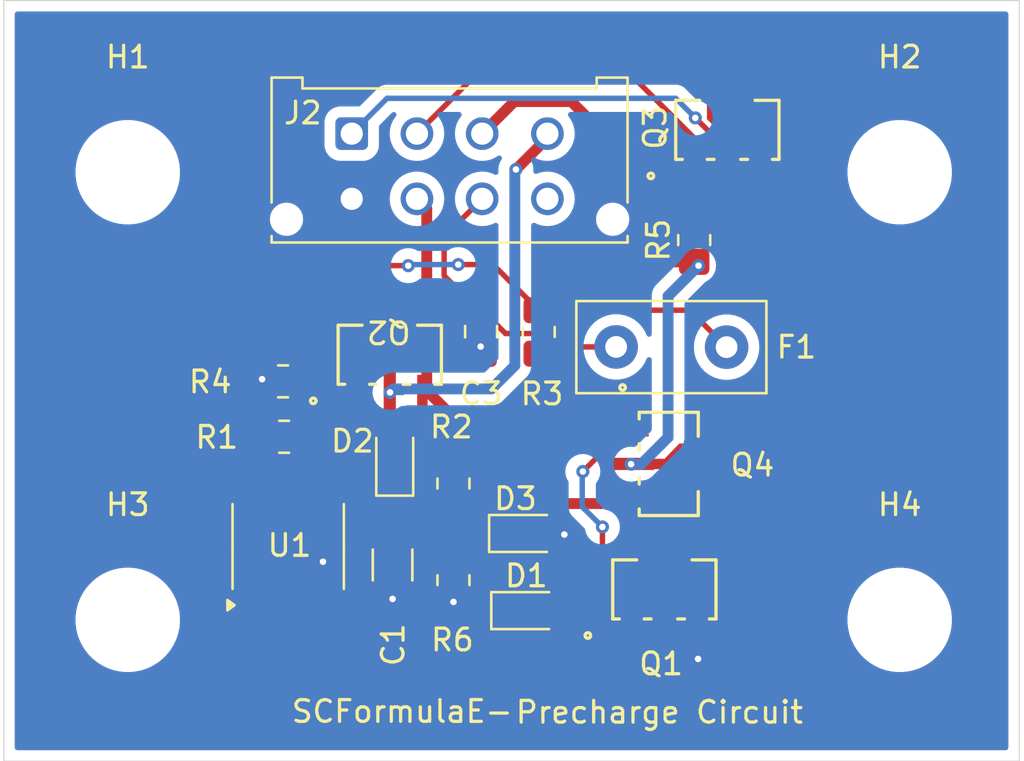
<source format=kicad_pcb>
(kicad_pcb (version 20240108) (generator "pcbnew") (generator_version "8.0")
  (layers (0 "F.Cu" signal) (31 "B.Cu" signal) (34 "B.Paste" user) (35 "F.Paste" user) (36 "B.SilkS" user "B.Silkscreen") (37 "F.SilkS" user "F.Silkscreen") (38 "B.Mask" user) (39 "F.Mask" user) (44 "Edge.Cuts" user))
  (net 0 "")
  (net 1 "Vcc")
  (net 2 "Net-(D1-K)")
  (net 3 "/opamp_out_inv")
  (net 4 "/opamp_out")
  (net 5 "GND")
  (net 6 "SDCin")
  (net 7 "Net-(U1-IN_B-)")
  (net 11 "charge_on")
  (net 12 "CHG")
  (net 13 "/RC_timer")
  (net 15 "PreAIR_en")
  (net 16 "AIR+_en")
  (net 17 "Net-(J2-Pin_7)")
  (footprint "Resistor_SMD:R_0805_2012Metric_Pad1.20x1.40mm_HandSolder" (layer "F.Cu") (at 120.2 130.35 90)
    (property "Reference" "R3" (at -2.85 0.15 0) (layer "F.SilkS"))
    (property "Value" "10k")
    (fp_line (start -0.227064 -0.735) (end 0.227064 -0.735) (stroke (width 0.12)) (layer "F.SilkS"))
    (fp_line (start -0.227064 0.735) (end 0.227064 0.735) (stroke (width 0.12)) (layer "F.SilkS"))
    (pad "1" smd roundrect (at -1 0 90) (size 1.2 1.4) (layers "F.Cu" "F.Paste" "F.Mask") (roundrect_rratio 0.208333) (net 3 "/opamp_out_inv"))
    (pad "2" smd roundrect (at 1 0 90) (size 1.2 1.4) (layers "F.Cu" "F.Paste" "F.Mask") (roundrect_rratio 0.208333) (net 1 "Vcc"))
  )
  (footprint "Diode_SMD:D_SOD-323" (layer "F.Cu") (at 119.5285 139.6238)
    (property "Reference" "D3" (at -0.4 -1.6 0) (layer "F.SilkS"))
    (property "Value" "1N4148WX-TP")
    (fp_line (start -1.61 -0.85) (end -1.61 0.85) (stroke (width 0.12)) (layer "F.SilkS"))
    (fp_line (start -1.61 -0.85) (end 1.05 -0.85) (stroke (width 0.12)) (layer "F.SilkS"))
    (fp_line (start -1.61 0.85) (end 1.05 0.85) (stroke (width 0.12)) (layer "F.SilkS"))
    (pad "1" smd roundrect (at -1.05 0) (size 0.6 0.45) (layers "F.Cu" "F.Paste" "F.Mask") (net 13 "/RC_timer"))
    (pad "2" smd roundrect (at 1.05 0) (size 0.6 0.45) (layers "F.Cu" "F.Paste" "F.Mask") (net 5 "GND"))
  )
  (footprint "VN3205N8-G:TO-243AA_MCH" (layer "F.Cu") (at 125.9785 142.1988)
    (property "Reference" "Q1" (at -0.15 3.425 0) (layer "F.SilkS"))
    (property "Value" "VN3205N3-G")
    (fp_poly (pts (xy -0.24 1.2319) (xy -0.24 0.1905) (xy -0.9404 -0.4845) (xy -0.9404 -2.4765) (xy -0.4829 -2.4765) (xy 0.4829 -2.4765) (xy 0.9404 -2.4765) (xy 0.9404 -0.4845) (xy 0.24 0.1905) (xy 0.24 1.2319)) (fill solid) (layer "F.Cu"))
    (fp_line (start -2.3749 -1.3589) (end -2.3749 1.3589) (stroke (width 0.1524)) (layer "F.SilkS"))
    (fp_line (start -2.3749 1.3589) (end -2.07274 1.3589) (stroke (width 0.1524)) (layer "F.SilkS"))
    (fp_line (start -1.27314 -1.3589) (end -2.3749 -1.3589) (stroke (width 0.1524)) (layer "F.SilkS"))
    (fp_line (start -0.92726 1.3589) (end -0.61274 1.3589) (stroke (width 0.1524)) (layer "F.SilkS"))
    (fp_line (start 0.61274 1.3589) (end 0.927259 1.3589) (stroke (width 0.1524)) (layer "F.SilkS"))
    (fp_line (start 2.07274 1.3589) (end 2.3749 1.3589) (stroke (width 0.1524)) (layer "F.SilkS"))
    (fp_line (start 2.3749 -1.3589) (end 1.27314 -1.3589) (stroke (width 0.1524)) (layer "F.SilkS"))
    (fp_line (start 2.3749 1.3589) (end 2.3749 -1.3589) (stroke (width 0.1524)) (layer "F.SilkS"))
    (fp_circle (center -3.5179 2.1209) (end -3.3909 2.1209) (stroke (width 0.1524)) (fill none) (layer "F.SilkS"))
    (pad "1" smd rect (at -1.5 1.6225) (size 0.48 1.4032) (layers "F.Cu" "F.Paste" "F.Mask") (net 4 "/opamp_out"))
    (pad "2" smd rect (at 0 1.622501) (size 0.56 1.9) (layers "F.Cu" "F.Paste" "F.Mask") (net 3 "/opamp_out_inv"))
    (pad "3" smd rect (at 1.5 1.622501) (size 0.48 1.4032) (layers "F.Cu" "F.Paste" "F.Mask") (net 5 "GND"))
  )
  (footprint "Resistor_SMD:R_0805_2012Metric_Pad1.20x1.40mm_HandSolder" (layer "F.Cu") (at 116.2785 141.7738 90)
    (property "Reference" "R6" (at -2.75 -0.05 0) (layer "F.SilkS"))
    (property "Value" "10k")
    (fp_line (start -0.227064 -0.735) (end 0.227064 -0.735) (stroke (width 0.12)) (layer "F.SilkS"))
    (fp_line (start -0.227064 0.735) (end 0.227064 0.735) (stroke (width 0.12)) (layer "F.SilkS"))
    (pad "1" smd roundrect (at -1 0 90) (size 1.2 1.4) (layers "F.Cu" "F.Paste" "F.Mask") (roundrect_rratio 0.208333) (net 5 "GND"))
    (pad "2" smd roundrect (at 1 0 90) (size 1.2 1.4) (layers "F.Cu" "F.Paste" "F.Mask") (roundrect_rratio 0.208333) (net 2 "Net-(D1-K)"))
  )
  (footprint "Resistor_SMD:R_0805_2012Metric_Pad1.20x1.40mm_HandSolder" (layer "F.Cu") (at 108.4935 135.1738)
    (property "Reference" "R1" (at -3.1 0.025 360) (layer "F.SilkS"))
    (property "Value" "10k")
    (fp_line (start -0.227064 -0.735) (end 0.227064 -0.735) (stroke (width 0.12)) (layer "F.SilkS"))
    (fp_line (start -0.227064 0.735) (end 0.227064 0.735) (stroke (width 0.12)) (layer "F.SilkS"))
    (pad "1" smd roundrect (at -1 0) (size 1.2 1.4) (layers "F.Cu" "F.Paste" "F.Mask") (roundrect_rratio 0.208333) (net 1 "Vcc"))
    (pad "2" smd roundrect (at 1 0) (size 1.2 1.4) (layers "F.Cu" "F.Paste" "F.Mask") (roundrect_rratio 0.208333) (net 7 "Net-(U1-IN_B-)"))
  )
  (footprint "Diode_SMD:D_SOD-323" (layer "F.Cu") (at 113.5785 136.2738 90)
    (property "Reference" "D2" (at 0.9 -1.95 360) (layer "F.SilkS"))
    (property "Value" "1N4148WX-TP")
    (fp_line (start -1.61 -0.85) (end 1.05 -0.85) (stroke (width 0.12)) (layer "F.SilkS"))
    (fp_line (start -1.61 -0.85) (end -1.61 0.85) (stroke (width 0.12)) (layer "F.SilkS"))
    (fp_line (start -1.61 0.85) (end 1.05 0.85) (stroke (width 0.12)) (layer "F.SilkS"))
    (pad "1" smd roundrect (at -1.05 0 90) (size 0.6 0.45) (layers "F.Cu" "F.Paste" "F.Mask") (net 2 "Net-(D1-K)"))
    (pad "2" smd roundrect (at 1.05 0 90) (size 0.6 0.45) (layers "F.Cu" "F.Paste" "F.Mask") (net 13 "/RC_timer"))
  )
  (footprint "Capacitor_SMD:C_1206_3216Metric_Pad1.33x1.80mm_HandSolder" (layer "F.Cu") (at 113.4785 141.0738 -90)
    (property "Reference" "C1" (at 3.675 -0.025 90) (layer "F.SilkS"))
    (property "Value" "10uF")
    (fp_line (start -0.711252 0.91) (end 0.711252 0.91) (stroke (width 0.12)) (layer "F.SilkS"))
    (fp_line (start -0.711252 -0.91) (end 0.711252 -0.91) (stroke (width 0.12)) (layer "F.SilkS"))
    (pad "1" smd roundrect (at -1.5625 0 270) (size 1.325 1.8) (layers "F.Cu" "F.Paste" "F.Mask") (roundrect_rratio 0.188679) (net 13 "/RC_timer"))
    (pad "2" smd roundrect (at 1.5625 0 270) (size 1.325 1.8) (layers "F.Cu" "F.Paste" "F.Mask") (roundrect_rratio 0.188679) (net 5 "GND"))
  )
  (footprint "Resistor_SMD:R_0805_2012Metric_Pad1.20x1.40mm_HandSolder" (layer "F.Cu") (at 127.35 126.125 90)
    (property "Reference" "R5" (at 0 -1.65 -90) (layer "F.SilkS"))
    (property "Value" "10k")
    (fp_line (start -0.227064 -0.735) (end 0.227064 -0.735) (stroke (width 0.12)) (layer "F.SilkS"))
    (fp_line (start -0.227064 0.735) (end 0.227064 0.735) (stroke (width 0.12)) (layer "F.SilkS"))
    (pad "1" smd roundrect (at -1 0 90) (size 1.2 1.4) (layers "F.Cu" "F.Paste" "F.Mask") (roundrect_rratio 0.208333) (net 16 "AIR+_en"))
    (pad "2" smd roundrect (at 1 0 90) (size 1.2 1.4) (layers "F.Cu" "F.Paste" "F.Mask") (roundrect_rratio 0.208333) (net 11 "charge_on"))
  )
  (footprint "Fuse:Fuse_Littelfuse_395Series" (layer "F.Cu") (at 128.84 131.05 180)
    (property "Reference" "F1" (at -3.21 0 180) (layer "F.SilkS"))
    (property "Value" "1A")
    (fp_line (start 6.91 2.12) (end 6.91 -2.12) (stroke (width 0.12)) (layer "F.SilkS"))
    (fp_line (start 6.91 2.12) (end -1.83 2.12) (stroke (width 0.12)) (layer "F.SilkS"))
    (fp_line (start -1.83 -2.12) (end 6.91 -2.12) (stroke (width 0.12)) (layer "F.SilkS"))
    (fp_line (start -1.83 -2.12) (end -1.83 2.12) (stroke (width 0.12)) (layer "F.SilkS"))
    (pad "1" thru_hole circle (at 0 0 180) (size 2 2) (drill 1) (layers "*.Cu" "*.Mask") (net 1 "Vcc"))
    (pad "2" thru_hole circle (at 5.08 0.01 180) (size 2 2) (drill 1) (layers "*.Cu" "*.Mask") (net 17 "Net-(J2-Pin_7)"))
  )
  (footprint "Resistor_SMD:R_0805_2012Metric_Pad1.20x1.40mm_HandSolder" (layer "F.Cu") (at 116.2785 137.3238 -90)
    (property "Reference" "R2" (at -2.6 0.1 180) (layer "F.SilkS"))
    (property "Value" "1.8M")
    (fp_line (start -0.227064 0.735) (end 0.227064 0.735) (stroke (width 0.12)) (layer "F.SilkS"))
    (fp_line (start -0.227064 -0.735) (end 0.227064 -0.735) (stroke (width 0.12)) (layer "F.SilkS"))
    (pad "1" smd roundrect (at -1 0 270) (size 1.2 1.4) (layers "F.Cu" "F.Paste" "F.Mask") (roundrect_rratio 0.208333) (net 13 "/RC_timer"))
    (pad "2" smd roundrect (at 1 0 270) (size 1.2 1.4) (layers "F.Cu" "F.Paste" "F.Mask") (roundrect_rratio 0.208333) (net 2 "Net-(D1-K)"))
  )
  (footprint "MountingHole:MountingHole_4.3mm_M4" (layer "F.Cu") (at 136.8 143.6)
    (property "Reference" "H4" (at 0 -5.3 0) (layer "F.SilkS"))
    (property "Value" "MountingHole")
    (pad "" np_thru_hole circle (at 0 0) (size 4.3 4.3) (drill 4.3) (layers "*.Cu" "*.Mask"))
  )
  (footprint "Diode_SMD:D_SOD-323" (layer "F.Cu") (at 119.6285 143.1738)
    (property "Reference" "D1" (at 0 -1.6 0) (layer "F.SilkS"))
    (property "Value" "1N4148WX-TP")
    (fp_line (start -1.61 -0.85) (end -1.61 0.85) (stroke (width 0.12)) (layer "F.SilkS"))
    (fp_line (start -1.61 -0.85) (end 1.05 -0.85) (stroke (width 0.12)) (layer "F.SilkS"))
    (fp_line (start -1.61 0.85) (end 1.05 0.85) (stroke (width 0.12)) (layer "F.SilkS"))
    (pad "1" smd roundrect (at -1.05 0) (size 0.6 0.45) (layers "F.Cu" "F.Paste" "F.Mask") (net 2 "Net-(D1-K)"))
    (pad "2" smd roundrect (at 1.05 0) (size 0.6 0.45) (layers "F.Cu" "F.Paste" "F.Mask") (net 6 "SDCin"))
  )
  (footprint "MountingHole:MountingHole_4.3mm_M4" (layer "F.Cu") (at 136.8 123)
    (property "Reference" "H2" (at 0 -5.3 0) (layer "F.SilkS"))
    (property "Value" "MountingHole")
    (pad "" np_thru_hole circle (at 0 0) (size 4.3 4.3) (drill 4.3) (layers "*.Cu" "*.Mask"))
  )
  (footprint "Connector_Molex:Molex_Micro-Fit_3.0_43045-0812_2x04_P3.00mm_Vertical" (layer "F.Cu") (at 111.6 121.225)
    (property "Reference" "J2" (at -2.25 -0.95 0) (layer "F.SilkS"))
    (property "Value" "Conn_01x08")
    (fp_line (start -3.685 -2.58) (end -2.265 -2.58) (stroke (width 0.12)) (layer "F.SilkS"))
    (fp_line (start -3.685 3.17) (end -3.685 -2.58) (stroke (width 0.12)) (layer "F.SilkS"))
    (fp_line (start -3.685 4.71) (end -3.685 5.01) (stroke (width 0.12)) (layer "F.SilkS"))
    (fp_line (start -3.685 5.01) (end 12.685 5.01) (stroke (width 0.12)) (layer "F.SilkS"))
    (fp_line (start -2.265 -2.58) (end -2.265 -2.08) (stroke (width 0.12)) (layer "F.SilkS"))
    (fp_line (start -2.265 -2.08) (end 11.265 -2.08) (stroke (width 0.12)) (layer "F.SilkS"))
    (fp_line (start 11.265 -2.58) (end 12.685 -2.58) (stroke (width 0.12)) (layer "F.SilkS"))
    (fp_line (start 11.265 -2.08) (end 11.265 -2.58) (stroke (width 0.12)) (layer "F.SilkS"))
    (fp_line (start 12.685 -2.58) (end 12.685 3.17) (stroke (width 0.12)) (layer "F.SilkS"))
    (fp_line (start 12.685 5.01) (end 12.685 4.71) (stroke (width 0.12)) (layer "F.SilkS"))
    (pad "" np_thru_hole circle (at -3 3.94) (size 1.02 1.02) (drill 1.02) (layers "*.Cu" "*.Mask"))
    (pad "" np_thru_hole circle (at 12 3.94) (size 1.02 1.02) (drill 1.02) (layers "*.Cu" "*.Mask"))
    (pad "1" thru_hole roundrect (at 0 0) (size 1.5 1.5) (drill 1.02) (layers "*.Cu" "*.Mask") (roundrect_rratio 0.166667) (net 12 "CHG"))
    (pad "2" thru_hole circle (at 3 0) (size 1.5 1.5) (drill 1.02) (layers "*.Cu" "*.Mask") (net 11 "charge_on"))
    (pad "3" thru_hole circle (at 6 0) (size 1.5 1.5) (drill 1.02) (layers "*.Cu" "*.Mask") (net 16 "AIR+_en"))
    (pad "4" thru_hole circle (at 9 0) (size 1.5 1.5) (drill 1.02) (layers "*.Cu" "*.Mask") (net 15 "PreAIR_en"))
    (pad "5" thru_hole circle (at 0 3) (size 1.5 1.5) (drill 1.02) (layers "*.Cu" "*.Mask") (net 5 "GND"))
    (pad "6" thru_hole circle (at 3 3) (size 1.5 1.5) (drill 1.02) (layers "*.Cu" "*.Mask") (net 6 "SDCin"))
    (pad "7" thru_hole circle (at 6 3) (size 1.5 1.5) (drill 1.02) (layers "*.Cu" "*.Mask") (net 17 "Net-(J2-Pin_7)"))
    (pad "8" thru_hole circle (at 9 3) (size 1.5 1.5) (drill 1.02) (layers "*.Cu" "*.Mask"))
  )
  (footprint "Resistor_SMD:R_0805_2012Metric_Pad1.20x1.40mm_HandSolder" (layer "F.Cu") (at 108.4435 132.6238)
    (property "Reference" "R4" (at -3.35 0.025 360) (layer "F.SilkS"))
    (property "Value" "10k")
    (fp_line (start -0.227064 -0.735) (end 0.227064 -0.735) (stroke (width 0.12)) (layer "F.SilkS"))
    (fp_line (start -0.227064 0.735) (end 0.227064 0.735) (stroke (width 0.12)) (layer "F.SilkS"))
    (pad "1" smd roundrect (at -1 0) (size 1.2 1.4) (layers "F.Cu" "F.Paste" "F.Mask") (roundrect_rratio 0.208333) (net 5 "GND"))
    (pad "2" smd roundrect (at 1 0) (size 1.2 1.4) (layers "F.Cu" "F.Paste" "F.Mask") (roundrect_rratio 0.208333) (net 7 "Net-(U1-IN_B-)"))
  )
  (footprint "VP3203N8-G:TO-243AA_MCH" (layer "F.Cu") (at 126.1785 136.4238 -90)
    (property "Reference" "Q4" (at 0.0535 -3.8512 0) (layer "F.SilkS"))
    (property "Value" "VP3203N8-G")
    (fp_poly (pts (xy -0.24 1.2319) (xy -0.24 0.1905) (xy -0.9404 -0.4845) (xy -0.9404 -2.4765) (xy -0.4829 -2.4765) (xy 0.4829 -2.4765) (xy 0.9404 -2.4765) (xy 0.9404 -0.4845) (xy 0.24 0.1905) (xy 0.24 1.2319)) (fill solid) (layer "F.Cu"))
    (fp_line (start -2.3749 1.3589) (end -2.07274 1.3589) (stroke (width 0.1524)) (layer "F.SilkS"))
    (fp_line (start -0.92726 1.3589) (end -0.61274 1.3589) (stroke (width 0.1524)) (layer "F.SilkS"))
    (fp_line (start 0.61274 1.3589) (end 0.927259 1.3589) (stroke (width 0.1524)) (layer "F.SilkS"))
    (fp_line (start 2.07274 1.3589) (end 2.3749 1.3589) (stroke (width 0.1524)) (layer "F.SilkS"))
    (fp_line (start 2.3749 1.3589) (end 2.3749 -1.3589) (stroke (width 0.1524)) (layer "F.SilkS"))
    (fp_line (start -2.3749 -1.3589) (end -2.3749 1.3589) (stroke (width 0.1524)) (layer "F.SilkS"))
    (fp_line (start -1.27314 -1.3589) (end -2.3749 -1.3589) (stroke (width 0.1524)) (layer "F.SilkS"))
    (fp_line (start 2.3749 -1.3589) (end 1.27314 -1.3589) (stroke (width 0.1524)) (layer "F.SilkS"))
    (fp_circle (center -3.5179 2.1209) (end -3.3909 2.1209) (stroke (width 0.1524)) (fill none) (layer "F.SilkS"))
    (pad "1" smd rect (at -1.5 1.6225 270) (size 0.48 1.4032) (layers "F.Cu" "F.Paste" "F.Mask") (net 3 "/opamp_out_inv"))
    (pad "2" smd rect (at 0 1.622501 270) (size 0.56 1.9) (layers "F.Cu" "F.Paste" "F.Mask") (net 16 "AIR+_en"))
    (pad "3" smd rect (at 1.5 1.622501 270) (size 0.48 1.4032) (layers "F.Cu" "F.Paste" "F.Mask") (net 6 "SDCin"))
  )
  (footprint "Capacitor_SMD:C_0805_2012Metric_Pad1.18x1.45mm_HandSolder" (layer "F.Cu") (at 117.55 130.3375 -90)
    (property "Reference" "C3" (at 2.85 0 180) (layer "F.SilkS"))
    (property "Value" "1uF")
    (fp_line (start -0.261252 0.735) (end 0.261252 0.735) (stroke (width 0.12)) (layer "F.SilkS"))
    (fp_line (start -0.261252 -0.735) (end 0.261252 -0.735) (stroke (width 0.12)) (layer "F.SilkS"))
    (pad "1" smd roundrect (at -1.0375 0 270) (size 1.175 1.45) (layers "F.Cu" "F.Paste" "F.Mask") (roundrect_rratio 0.212766) (net 17 "Net-(J2-Pin_7)"))
    (pad "2" smd roundrect (at 1.0375 0 270) (size 1.175 1.45) (layers "F.Cu" "F.Paste" "F.Mask") (roundrect_rratio 0.212766) (net 5 "GND"))
  )
  (footprint "VP3203N8-G:TO-243AA_MCH" (layer "F.Cu") (at 128.875 121.05)
    (property "Reference" "Q3" (at -3.3215 -0.1012 90) (layer "F.SilkS"))
    (property "Value" "VP3203N8-G")
    (fp_poly (pts (xy -0.24 1.2319) (xy -0.24 0.1905) (xy -0.9404 -0.4845) (xy -0.9404 -2.4765) (xy -0.4829 -2.4765) (xy 0.4829 -2.4765) (xy 0.9404 -2.4765) (xy 0.9404 -0.4845) (xy 0.24 0.1905) (xy 0.24 1.2319)) (fill solid) (layer "F.Cu"))
    (fp_line (start -2.3749 -1.3589) (end -2.3749 1.3589) (stroke (width 0.1524)) (layer "F.SilkS"))
    (fp_line (start -2.3749 1.3589) (end -2.07274 1.3589) (stroke (width 0.1524)) (layer "F.SilkS"))
    (fp_line (start -1.27314 -1.3589) (end -2.3749 -1.3589) (stroke (width 0.1524)) (layer "F.SilkS"))
    (fp_line (start -0.92726 1.3589) (end -0.61274 1.3589) (stroke (width 0.1524)) (layer "F.SilkS"))
    (fp_line (start 0.61274 1.3589) (end 0.927259 1.3589) (stroke (width 0.1524)) (layer "F.SilkS"))
    (fp_line (start 2.07274 1.3589) (end 2.3749 1.3589) (stroke (width 0.1524)) (layer "F.SilkS"))
    (fp_line (start 2.3749 -1.3589) (end 1.27314 -1.3589) (stroke (width 0.1524)) (layer "F.SilkS"))
    (fp_line (start 2.3749 1.3589) (end 2.3749 -1.3589) (stroke (width 0.1524)) (layer "F.SilkS"))
    (fp_circle (center -3.5179 2.1209) (end -3.3909 2.1209) (stroke (width 0.1524)) (fill none) (layer "F.SilkS"))
    (pad "1" smd rect (at -1.5 1.6225) (size 0.48 1.4032) (layers "F.Cu" "F.Paste" "F.Mask") (net 11 "charge_on"))
    (pad "2" smd rect (at 0 1.622501) (size 0.56 1.9) (layers "F.Cu" "F.Paste" "F.Mask") (net 12 "CHG"))
    (pad "3" smd rect (at 1.5 1.622501) (size 0.48 1.4032) (layers "F.Cu" "F.Paste" "F.Mask") (net 16 "AIR+_en"))
  )
  (footprint "VP3203N8-G:TO-243AA_MCH" (layer "F.Cu") (at 113.35 131.4)
    (property "Reference" "Q2" (at -0.05 -1.05 180) (layer "F.SilkS"))
    (property "Value" "VP3203N8-G")
    (fp_poly (pts (xy -0.24 1.2319) (xy -0.24 0.1905) (xy -0.9404 -0.4845) (xy -0.9404 -2.4765) (xy -0.4829 -2.4765) (xy 0.4829 -2.4765) (xy 0.9404 -2.4765) (xy 0.9404 -0.4845) (xy 0.24 0.1905) (xy 0.24 1.2319)) (fill solid) (layer "F.Cu"))
    (fp_line (start -2.3749 -1.3589) (end -2.3749 1.3589) (stroke (width 0.1524)) (layer "F.SilkS"))
    (fp_line (start -2.3749 1.3589) (end -2.07274 1.3589) (stroke (width 0.1524)) (layer "F.SilkS"))
    (fp_line (start -1.27314 -1.3589) (end -2.3749 -1.3589) (stroke (width 0.1524)) (layer "F.SilkS"))
    (fp_line (start -0.92726 1.3589) (end -0.61274 1.3589) (stroke (width 0.1524)) (layer "F.SilkS"))
    (fp_line (start 0.61274 1.3589) (end 0.927259 1.3589) (stroke (width 0.1524)) (layer "F.SilkS"))
    (fp_line (start 2.07274 1.3589) (end 2.3749 1.3589) (stroke (width 0.1524)) (layer "F.SilkS"))
    (fp_line (start 2.3749 -1.3589) (end 1.27314 -1.3589) (stroke (width 0.1524)) (layer "F.SilkS"))
    (fp_line (start 2.3749 1.3589) (end 2.3749 -1.3589) (stroke (width 0.1524)) (layer "F.SilkS"))
    (fp_circle (center -3.5179 2.1209) (end -3.3909 2.1209) (stroke (width 0.1524)) (fill none) (layer "F.SilkS"))
    (pad "1" smd rect (at -1.5 1.6225) (size 0.48 1.4032) (layers "F.Cu" "F.Paste" "F.Mask") (net 4 "/opamp_out"))
    (pad "2" smd rect (at 0 1.622501) (size 0.56 1.9) (layers "F.Cu" "F.Paste" "F.Mask") (net 15 "PreAIR_en"))
    (pad "3" smd rect (at 1.5 1.622501) (size 0.48 1.4032) (layers "F.Cu" "F.Paste" "F.Mask") (net 6 "SDCin"))
  )
  (footprint "MountingHole:MountingHole_4.3mm_M4" (layer "F.Cu") (at 101.3 123)
    (property "Reference" "H1" (at 0 -5.3 0) (layer "F.SilkS"))
    (property "Value" "MountingHole")
    (pad "" np_thru_hole circle (at 0 0) (size 4.3 4.3) (drill 4.3) (layers "*.Cu" "*.Mask"))
  )
  (footprint "Package_SO:SOIC-8_3.9x4.9mm_P1.27mm" (layer "F.Cu") (at 108.6785 140.2238 90)
    (property "Reference" "U1" (at 0.05 0.06 360) (layer "F.SilkS"))
    (property "Value" "LM358DR2G")
    (fp_line (start 0 -2.56) (end 1.95 -2.56) (stroke (width 0.12)) (layer "F.SilkS"))
    (fp_line (start 0 -2.56) (end -1.95 -2.56) (stroke (width 0.12)) (layer "F.SilkS"))
    (fp_line (start 0 2.56) (end 1.95 2.56) (stroke (width 0.12)) (layer "F.SilkS"))
    (fp_line (start 0 2.56) (end -1.95 2.56) (stroke (width 0.12)) (layer "F.SilkS"))
    (fp_poly (pts (xy -2.7 -2.465) (xy -2.94 -2.795) (xy -2.46 -2.795) (xy -2.7 -2.465)) (stroke (width 0.12)) (fill solid) (layer "F.SilkS"))
    (pad "1" smd roundrect (at -2.475 -1.905 90) (size 1.95 0.6) (layers "F.Cu" "F.Paste" "F.Mask"))
    (pad "2" smd roundrect (at -2.475 -0.635 90) (size 1.95 0.6) (layers "F.Cu" "F.Paste" "F.Mask"))
    (pad "3" smd roundrect (at -2.475 0.635 90) (size 1.95 0.6) (layers "F.Cu" "F.Paste" "F.Mask"))
    (pad "4" smd roundrect (at -2.475 1.905 90) (size 1.95 0.6) (layers "F.Cu" "F.Paste" "F.Mask") (net 5 "GND"))
    (pad "5" smd roundrect (at 2.475 1.905 90) (size 1.95 0.6) (layers "F.Cu" "F.Paste" "F.Mask") (net 13 "/RC_timer"))
    (pad "6" smd roundrect (at 2.475 0.635 90) (size 1.95 0.6) (layers "F.Cu" "F.Paste" "F.Mask") (net 7 "Net-(U1-IN_B-)"))
    (pad "7" smd roundrect (at 2.475 -0.635 90) (size 1.95 0.6) (layers "F.Cu" "F.Paste" "F.Mask") (net 4 "/opamp_out"))
    (pad "8" smd roundrect (at 2.475 -1.905 90) (size 1.95 0.6) (layers "F.Cu" "F.Paste" "F.Mask") (net 1 "Vcc"))
  )
  (footprint "MountingHole:MountingHole_4.3mm_M4" (layer "F.Cu") (at 101.3 143.6)
    (property "Reference" "H3" (at 0 -5.3 0) (layer "F.SilkS"))
    (property "Value" "MountingHole")
    (pad "" np_thru_hole circle (at 0 0) (size 4.3 4.3) (drill 4.3) (layers "*.Cu" "*.Mask"))
  )
  (gr_rect (start 95.6 115.1) (end 142.3 150.1) (stroke (width 0.05)) (fill none) (layer "Edge.Cuts"))
  (gr_text "Precharge Circuit" (at 125.75 147.85 0) (layer "F.SilkS") (effects (font (size 1 1))))
  (gr_text "SCFormulaE-" (at 108.75 148.4 0) (layer "F.SilkS") (effects (font (size 1 1)) (justify left bottom)))
  (segment (start 116.5 127.25) (end 118.1 127.25) (width 0.25) (layer "F.Cu") (net 1))
  (segment (start 116.5 127.25) (end 116.55 127.2) (width 0.25) (layer "F.Cu") (net 1))
  (segment (start 105.95 133.6303) (end 105.95 131.55) (width 0.25) (layer "F.Cu") (net 1))
  (segment (start 128.64 131.16) (end 128.25265 130.77265) (width 0.25) (layer "F.Cu") (net 1))
  (segment (start 127.14 129.35) (end 128.84 131.05) (width 0.25) (layer "F.Cu") (net 1))
  (segment (start 118.1 127.25) (end 120.2 129.35) (width 0.25) (layer "F.Cu") (net 1))
  (segment (start 110.2 127.3) (end 114.2 127.3) (width 0.25) (layer "F.Cu") (net 1))
  (segment (start 106.7735 135.8938) (end 106.7735 137.7488) (width 0.25) (layer "F.Cu") (net 1))
  (segment (start 120.2 129.35) (end 127.14 129.35) (width 0.25) (layer "F.Cu") (net 1))
  (segment (start 107.4935 135.1738) (end 106.7735 135.8938) (width 0.25) (layer "F.Cu") (net 1))
  (segment (start 107.4935 135.1738) (end 105.95 133.6303) (width 0.25) (layer "F.Cu") (net 1))
  (segment (start 105.95 131.55) (end 110.2 127.3) (width 0.25) (layer "F.Cu") (net 1))
  (via (at 114.2 127.3) (size 0.6) (drill 0.3) (layers "F.Cu" "B.Cu") (net 1))
  (via (at 116.5 127.25) (size 0.6) (drill 0.3) (layers "F.Cu" "B.Cu") (net 1))
  (segment (start 116.5 127.25) (end 114.25 127.25) (width 0.25) (layer "B.Cu") (net 1))
  (segment (start 114.25 127.25) (end 114.2 127.3) (width 0.25) (layer "B.Cu") (net 1))
  (segment (start 113.6785 137.3238) (end 114.6785 138.3238) (width 0.25) (layer "F.Cu") (net 2))
  (segment (start 113.5785 137.3238) (end 113.6785 137.3238) (width 0.25) (layer "F.Cu") (net 2))
  (segment (start 118.5785 143.1738) (end 118.5785 143.0738) (width 0.25) (layer "F.Cu") (net 2))
  (segment (start 114.6785 138.3238) (end 116.2785 138.3238) (width 0.25) (layer "F.Cu") (net 2))
  (segment (start 116.2785 138.3238) (end 116.2785 140.7738) (width 0.25) (layer "F.Cu") (net 2))
  (segment (start 118.5785 143.0738) (end 116.2785 140.7738) (width 0.25) (layer "F.Cu") (net 2))
  (segment (start 125.9785 143.821301) (end 125.65 143.821301) (width 0.25) (layer "F.Cu") (net 3))
  (segment (start 124.0785 134.9238) (end 122.2285 136.7738) (width 0.25) (layer "F.Cu") (net 3))
  (segment (start 122.2285 136.7738) (end 122.2444 136.7738) (width 0.25) (layer "F.Cu") (net 3))
  (segment (start 124.556 134.9238) (end 124.0785 134.9238) (width 0.25) (layer "F.Cu") (net 3))
  (segment (start 123.1285 140.7738) (end 123.1285 139.3238) (width 0.25) (layer "F.Cu") (net 3))
  (segment (start 122.2285 136.7897) (end 122.2285 136.7738) (width 0.25) (layer "F.Cu") (net 3))
  (segment (start 120.9822 131.35) (end 124.556 134.9238) (width 0.25) (layer "F.Cu") (net 3))
  (segment (start 120.2 131.35) (end 120.9822 131.35) (width 0.25) (layer "F.Cu") (net 3))
  (segment (start 125.1785 142.8238) (end 123.1285 140.7738) (width 0.25) (layer "F.Cu") (net 3))
  (segment (start 125.65 143.821301) (end 125.1785 143.349801) (width 0.25) (layer "F.Cu") (net 3))
  (segment (start 125.1785 143.349801) (end 125.1785 142.8238) (width 0.25) (layer "F.Cu") (net 3))
  (via (at 122.2285 136.7738) (size 0.6) (drill 0.3) (layers "F.Cu" "B.Cu") (net 3))
  (via (at 123.1285 139.3238) (size 0.6) (drill 0.3) (layers "F.Cu" "B.Cu") (net 3))
  (segment (start 122.35235 138.54765) (end 122.2 138.3953) (width 0.25) (layer "B.Cu") (net 3))
  (segment (start 122.2285 138.4238) (end 122.35235 138.54765) (width 0.25) (layer "B.Cu") (net 3))
  (segment (start 122.2 138.3953) (end 122.2 136.8023) (width 0.25) (layer "B.Cu") (net 3))
  (segment (start 122.2 136.8023) (end 122.2285 136.7738) (width 0.25) (layer "B.Cu") (net 3))
  (segment (start 122.35235 138.54765) (end 123.1285 139.3238) (width 0.25) (layer "B.Cu") (net 3))
  (segment (start 122.6498 145.65) (end 106.95 145.65) (width 0.25) (layer "F.Cu") (net 4))
  (segment (start 106.95 145.65) (end 105.7 144.4) (width 0.25) (layer "F.Cu") (net 4))
  (segment (start 108.4185 132.0287) (end 109.2734 131.1738) (width 0.25) (layer "F.Cu") (net 4))
  (segment (start 124.4785 143.8213) (end 122.6498 145.65) (width 0.25) (layer "F.Cu") (net 4))
  (segment (start 109.2734 131.1738) (end 110.9285 131.1738) (width 0.25) (layer "F.Cu") (net 4))
  (segment (start 105.7 144.4) (end 105.7 140.473208) (width 0.25) (layer "F.Cu") (net 4))
  (segment (start 105.7 140.473208) (end 108.0435 138.129708) (width 0.25) (layer "F.Cu") (net 4))
  (segment (start 108.0435 138.129708) (end 108.0435 137.7488) (width 0.25) (layer "F.Cu") (net 4))
  (segment (start 108.4185 137.3738) (end 108.4185 132.0287) (width 0.25) (layer "F.Cu") (net 4))
  (segment (start 108.0435 137.7488) (end 108.4185 137.3738) (width 0.25) (layer "F.Cu") (net 4))
  (segment (start 111.85 133.0225) (end 111.85 132.0953) (width 0.25) (layer "F.Cu") (net 4))
  (segment (start 111.85 132.0953) (end 110.9285 131.1738) (width 0.25) (layer "F.Cu") (net 4))
  (segment (start 127.4785 145.3488) (end 127.5285 145.3988) (width 0.25) (layer "F.Cu") (net 5))
  (segment (start 110.2785 140.9238) (end 110.5835 141.2288) (width 0.25) (layer "F.Cu") (net 5))
  (segment (start 121.3285 139.6238) (end 121.3785 139.6738) (width 0.25) (layer "F.Cu") (net 5))
  (segment (start 127.4785 143.821301) (end 127.4785 144.2988) (width 0.25) (layer "F.Cu") (net 5))
  (segment (start 110.5835 141.2288) (end 110.5835 142.6988) (width 0.25) (layer "F.Cu") (net 5))
  (segment (start 127.4785 144.2988) (end 127.4785 145.3488) (width 0.25) (layer "F.Cu") (net 5))
  (segment (start 120.5785 139.6238) (end 121.3285 139.6238) (width 0.25) (layer "F.Cu") (net 5))
  (via (at 116.2785 142.7738) (size 0.6) (drill 0.3) (layers "F.Cu" "B.Cu") (net 5))
  (via (at 117.5285 131.0238) (size 0.6) (drill 0.3) (layers "F.Cu" "B.Cu") (net 5))
  (via (at 107.4785 132.5238) (size 0.6) (drill 0.3) (layers "F.Cu" "B.Cu") (net 5))
  (via (at 127.5285 145.3988) (size 0.6) (drill 0.3) (layers "F.Cu" "B.Cu") (net 5))
  (via (at 113.4785 142.6363) (size 0.6) (drill 0.3) (layers "F.Cu" "B.Cu") (net 5))
  (via (at 110.2785 140.9238) (size 0.6) (drill 0.3) (layers "F.Cu" "B.Cu") (net 5))
  (via (at 121.3785 139.6738) (size 0.6) (drill 0.3) (layers "F.Cu" "B.Cu") (net 5))
  (segment (start 117.382199 135.15) (end 117.15 135.15) (width 0.5) (layer "F.Cu") (net 6))
  (segment (start 115.05 133.05) (end 115.05 124.675) (width 0.5) (layer "F.Cu") (net 6))
  (segment (start 119.4785 141.1738) (end 120.6785 142.3738) (width 0.25) (layer "F.Cu") (net 6))
  (segment (start 115.05 124.675) (end 114.6 124.225) (width 0.5) (layer "F.Cu") (net 6))
  (segment (start 120.6785 142.3738) (end 120.6785 143.1738) (width 0.25) (layer "F.Cu") (net 6))
  (segment (start 120.480999 138.2488) (end 120.3535 138.2488) (width 0.25) (layer "F.Cu") (net 6))
  (segment (start 114.85 124.475) (end 114.6 124.225) (width 0.5) (layer "F.Cu") (net 6))
  (segment (start 119.4785 139.1238) (end 119.4785 141.1738) (width 0.25) (layer "F.Cu") (net 6))
  (segment (start 123.4035 137.9238) (end 124.555999 137.9238) (width 0.5) (layer "F.Cu") (net 6))
  (segment (start 117.15 135.15) (end 115.05 133.05) (width 0.5) (layer "F.Cu") (net 6))
  (segment (start 123.0785 138.2488) (end 120.480999 138.2488) (width 0.5) (layer "F.Cu") (net 6))
  (segment (start 120.480999 138.2488) (end 117.382199 135.15) (width 0.5) (layer "F.Cu") (net 6))
  (segment (start 123.0785 138.2488) (end 123.4035 137.9238) (width 0.5) (layer "F.Cu") (net 6))
  (segment (start 120.3535 138.2488) (end 119.4785 139.1238) (width 0.25) (layer "F.Cu") (net 6))
  (segment (start 109.4435 132.6238) (end 109.4435 135.1238) (width 0.25) (layer "F.Cu") (net 7))
  (segment (start 109.4435 135.1238) (end 109.4935 135.1738) (width 0.25) (layer "F.Cu") (net 7))
  (segment (start 109.4935 135.1738) (end 109.4935 137.5688) (width 0.25) (layer "F.Cu") (net 7))
  (segment (start 109.4935 137.5688) (end 109.3135 137.7488) (width 0.25) (layer "F.Cu") (net 7))
  (segment (start 117.075 118.75) (end 114.6 121.225) (width 0.25) (layer "F.Cu") (net 11))
  (segment (start 127.375 121.45) (end 124.675 118.75) (width 0.25) (layer "F.Cu") (net 11))
  (segment (start 127.375 122.6725) (end 127.375 121.45) (width 0.25) (layer "F.Cu") (net 11))
  (segment (start 127.35 125.125) (end 127.35 122.6975) (width 0.25) (layer "F.Cu") (net 11))
  (segment (start 124.675 118.75) (end 117.075 118.75) (width 0.25) (layer "F.Cu") (net 11))
  (segment (start 127.35 122.6975) (end 127.375 122.6725) (width 0.25) (layer "F.Cu") (net 11))
  (segment (start 128.1 122.20652) (end 128.1 121.2) (width 0.25) (layer "F.Cu") (net 12))
  (segment (start 128.1 121.2) (end 127.4 120.5) (width 0.25) (layer "F.Cu") (net 12))
  (segment (start 128.565981 122.672501) (end 128.1 122.20652) (width 0.25) (layer "F.Cu") (net 12))
  (segment (start 128.875 122.672501) (end 128.565981 122.672501) (width 0.25) (layer "F.Cu") (net 12))
  (via (at 127.4 120.5) (size 0.6) (drill 0.3) (layers "F.Cu" "B.Cu") (net 12))
  (segment (start 126.5 119.6) (end 113.225 119.6) (width 0.25) (layer "B.Cu") (net 12))
  (segment (start 113.225 119.6) (end 111.6 121.225) (width 0.25) (layer "B.Cu") (net 12))
  (segment (start 127.4 120.5) (end 126.5 119.6) (width 0.25) (layer "B.Cu") (net 12))
  (segment (start 112.096 139.2613) (end 113.4785 139.2613) (width 0.25) (layer "F.Cu") (net 13))
  (segment (start 116.2785 136.3238) (end 118.4785 138.5238) (width 0.25) (layer "F.Cu") (net 13))
  (segment (start 113.1085 135.2238) (end 110.5835 137.7488) (width 0.25) (layer "F.Cu") (net 13))
  (segment (start 118.4785 138.5238) (end 118.4785 139.6238) (width 0.25) (layer "F.Cu") (net 13))
  (segment (start 115.1785 135.2238) (end 116.2785 136.3238) (width 0.25) (layer "F.Cu") (net 13))
  (segment (start 113.5785 135.2238) (end 113.1085 135.2238) (width 0.25) (layer "F.Cu") (net 13))
  (segment (start 113.5785 135.2238) (end 115.1785 135.2238) (width 0.25) (layer "F.Cu") (net 13))
  (segment (start 110.5835 137.7488) (end 112.096 139.2613) (width 0.25) (layer "F.Cu") (net 13))
  (segment (start 119.15 122.875) (end 120.6 121.425) (width 0.5) (layer "F.Cu") (net 15))
  (segment (start 120.6 121.425) (end 120.6 121.225) (width 0.5) (layer "F.Cu") (net 15))
  (via (at 113.362027 133.1319) (size 0.6) (drill 0.3) (layers "F.Cu" "B.Cu") (net 15))
  (via (at 119.15 122.875) (size 0.6) (drill 0.3) (layers "F.Cu" "B.Cu") (net 15))
  (segment (start 119.1 131.9) (end 119.1 122.925) (width 0.5) (layer "B.Cu") (net 15))
  (segment (start 113.362027 133.1319) (end 113.520127 132.9738) (width 0.5) (layer "B.Cu") (net 15))
  (segment (start 113.520127 132.9738) (end 118.0262 132.9738) (width 0.5) (layer "B.Cu") (net 15))
  (segment (start 113.362027 133.1319) (end 113.9419 133.1319) (width 0.25) (layer "B.Cu") (net 15))
  (segment (start 113.9419 133.1319) (end 114.05 133.0238) (width 0.25) (layer "B.Cu") (net 15))
  (segment (start 118.0262 132.9738) (end 119.1 131.9) (width 0.5) (layer "B.Cu") (net 15))
  (segment (start 119.1 122.925) (end 119.15 122.875) (width 0.5) (layer "B.Cu") (net 15))
  (segment (start 117.6 121.225) (end 119.075 119.75) (width 0.5) (layer "F.Cu") (net 16))
  (segment (start 127.35 127.125) (end 130.375 124.1) (width 0.25) (layer "F.Cu") (net 16))
  (segment (start 130.375 124.1) (end 130.375 122.672501) (width 0.25) (layer "F.Cu") (net 16))
  (segment (start 121.7 119.75) (end 125.025 123.075) (width 0.5) (layer "F.Cu") (net 16))
  (segment (start 125.025 125.9) (end 125.025 123.075) (width 0.5) (layer "F.Cu") (net 16))
  (segment (start 119.075 119.75) (end 121.7 119.75) (width 0.5) (layer "F.Cu") (net 16))
  (segment (start 127.35 127.125) (end 126.25 127.125) (width 0.5) (layer "F.Cu") (net 16))
  (segment (start 126.25 127.125) (end 125.025 125.9) (width 0.5) (layer "F.Cu") (net 16))
  (via (at 124.4466 136.435827) (size 0.6) (drill 0.3) (layers "F.Cu" "B.Cu") (net 16))
  (via (at 127.55 127.3) (size 0.6) (drill 0.3) (layers "F.Cu" "B.Cu") (net 16))
  (segment (start 126.15 135.2) (end 126.15 128.7) (width 0.5) (layer "B.Cu") (net 16))
  (segment (start 124.914173 136.435827) (end 126.15 135.2) (width 0.5) (layer "B.Cu") (net 16))
  (segment (start 124.4466 136.435827) (end 124.914173 136.435827) (width 0.5) (layer "B.Cu") (net 16))
  (segment (start 126.15 128.7) (end 127.55 127.3) (width 0.5) (layer "B.Cu") (net 16))
  (segment (start 117.55 129.3) (end 118.675 130.425) (width 0.25) (layer "F.Cu") (net 17))
  (segment (start 120.8951 130.425) (end 121.03505 130.56495) (width 0.25) (layer "F.Cu") (net 17))
  (segment (start 123.76 131.04) (end 121.5101 131.04) (width 0.25) (layer "F.Cu") (net 17))
  (segment (start 115.85 127.7625) (end 117.3 129.2125) (width 0.25) (layer "F.Cu") (net 17))
  (segment (start 121.225 130.7549) (end 121.225 130.775) (width 0.25) (layer "F.Cu") (net 17))
  (segment (start 117.6 124.225) (end 115.85 125.975) (width 0.25) (layer "F.Cu") (net 17))
  (segment (start 115.85 125.975) (end 115.85 127.7625) (width 0.25) (layer "F.Cu") (net 17))
  (segment (start 121.5101 131.04) (end 121.03505 130.56495) (width 0.25) (layer "F.Cu") (net 17))
  (segment (start 118.675 130.425) (end 120.8951 130.425) (width 0.25) (layer "F.Cu") (net 17))
  (segment (start 121.03505 130.56495) (end 121.225 130.7549) (width 0.25) (layer "F.Cu") (net 17))
  (zone (net 5) (net_name "GND") (layer "B.Cu") (connect_pads yes (clearance 0.5)) (min_thickness 0.25) (fill yes (thermal_gap 0.5) (thermal_bridge_width 0.5))
    (polygon (pts (xy 127.2 150.025) (xy 95.475 149.95) (xy 95.425 115.125) (xy 142.519539 115.191513) (xy 142.5 150.1)))
  )
)
</source>
